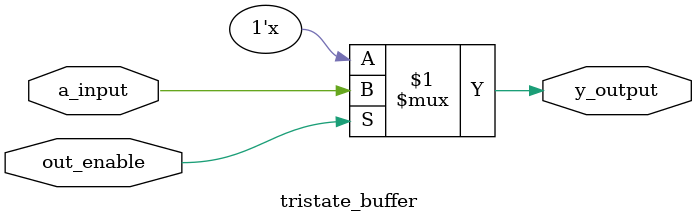
<source format=sv>
`timescale 1ns / 1ps


module tristate_buffer(
    input logic a_input, out_enable,
    output tri y_output
    );
    
    assign y_output = (out_enable) ? a_input : 1'bz;
endmodule    
</source>
